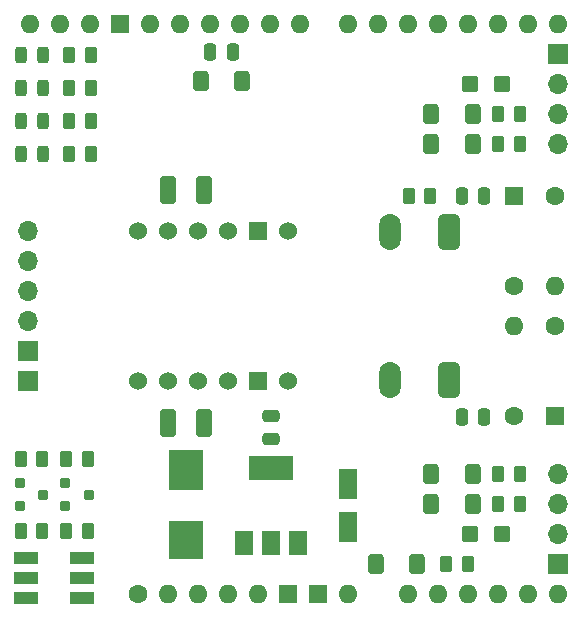
<source format=gbr>
%TF.GenerationSoftware,KiCad,Pcbnew,7.0.1*%
%TF.CreationDate,2023-05-06T15:11:30-03:00*%
%TF.ProjectId,Self_Balancing,53656c66-5f42-4616-9c61-6e63696e672e,rev?*%
%TF.SameCoordinates,Original*%
%TF.FileFunction,Soldermask,Top*%
%TF.FilePolarity,Negative*%
%FSLAX46Y46*%
G04 Gerber Fmt 4.6, Leading zero omitted, Abs format (unit mm)*
G04 Created by KiCad (PCBNEW 7.0.1) date 2023-05-06 15:11:30*
%MOMM*%
%LPD*%
G01*
G04 APERTURE LIST*
G04 Aperture macros list*
%AMRoundRect*
0 Rectangle with rounded corners*
0 $1 Rounding radius*
0 $2 $3 $4 $5 $6 $7 $8 $9 X,Y pos of 4 corners*
0 Add a 4 corners polygon primitive as box body*
4,1,4,$2,$3,$4,$5,$6,$7,$8,$9,$2,$3,0*
0 Add four circle primitives for the rounded corners*
1,1,$1+$1,$2,$3*
1,1,$1+$1,$4,$5*
1,1,$1+$1,$6,$7*
1,1,$1+$1,$8,$9*
0 Add four rect primitives between the rounded corners*
20,1,$1+$1,$2,$3,$4,$5,0*
20,1,$1+$1,$4,$5,$6,$7,0*
20,1,$1+$1,$6,$7,$8,$9,0*
20,1,$1+$1,$8,$9,$2,$3,0*%
G04 Aperture macros list end*
%ADD10RoundRect,0.250000X0.262500X0.450000X-0.262500X0.450000X-0.262500X-0.450000X0.262500X-0.450000X0*%
%ADD11RoundRect,0.250000X-0.400000X-0.600000X0.400000X-0.600000X0.400000X0.600000X-0.400000X0.600000X0*%
%ADD12C,1.600000*%
%ADD13R,1.600000X1.600000*%
%ADD14RoundRect,0.250000X-0.262500X-0.450000X0.262500X-0.450000X0.262500X0.450000X-0.262500X0.450000X0*%
%ADD15RoundRect,0.200000X-0.250000X-0.200000X0.250000X-0.200000X0.250000X0.200000X-0.250000X0.200000X0*%
%ADD16C,1.524000*%
%ADD17R,1.524000X1.524000*%
%ADD18RoundRect,0.250000X0.475000X-0.250000X0.475000X0.250000X-0.475000X0.250000X-0.475000X-0.250000X0*%
%ADD19O,1.700000X1.700000*%
%ADD20R,1.700000X1.700000*%
%ADD21RoundRect,0.250000X-0.412500X-0.925000X0.412500X-0.925000X0.412500X0.925000X-0.412500X0.925000X0*%
%ADD22RoundRect,0.250000X0.400000X0.600000X-0.400000X0.600000X-0.400000X-0.600000X0.400000X-0.600000X0*%
%ADD23RoundRect,0.250000X0.250000X0.475000X-0.250000X0.475000X-0.250000X-0.475000X0.250000X-0.475000X0*%
%ADD24R,2.000000X1.100000*%
%ADD25RoundRect,0.250000X0.450000X0.425000X-0.450000X0.425000X-0.450000X-0.425000X0.450000X-0.425000X0*%
%ADD26O,1.850000X3.048000*%
%ADD27RoundRect,0.462500X0.462500X-1.061500X0.462500X1.061500X-0.462500X1.061500X-0.462500X-1.061500X0*%
%ADD28RoundRect,0.250000X0.550000X-1.050000X0.550000X1.050000X-0.550000X1.050000X-0.550000X-1.050000X0*%
%ADD29O,1.600000X1.600000*%
%ADD30RoundRect,0.250000X-0.250000X-0.475000X0.250000X-0.475000X0.250000X0.475000X-0.250000X0.475000X0*%
%ADD31RoundRect,0.243750X-0.243750X-0.456250X0.243750X-0.456250X0.243750X0.456250X-0.243750X0.456250X0*%
%ADD32R,3.000000X3.342000*%
%ADD33R,3.000000X3.469000*%
%ADD34R,1.500000X2.000000*%
%ADD35R,3.800000X2.000000*%
G04 APERTURE END LIST*
D10*
%TO.C,R19*%
X136912500Y-115400000D03*
X135087500Y-115400000D03*
%TD*%
D11*
%TO.C,D2*%
X146500000Y-83450000D03*
X150000000Y-83450000D03*
%TD*%
D12*
%TO.C,R2*%
X173000000Y-100810000D03*
D13*
X173000000Y-93190000D03*
%TD*%
D14*
%TO.C,R16*%
X171687500Y-86200000D03*
X173512500Y-86200000D03*
%TD*%
D15*
%TO.C,Q1*%
X131150000Y-117500000D03*
X131150000Y-119400000D03*
X133150000Y-118450000D03*
%TD*%
D10*
%TO.C,R9*%
X165912500Y-93200000D03*
X164087500Y-93200000D03*
%TD*%
D16*
%TO.C,J3*%
X141150000Y-108850000D03*
X143690000Y-108850000D03*
X146230000Y-108850000D03*
X148770000Y-108850000D03*
D17*
X151310000Y-108850000D03*
D16*
X153850000Y-108850000D03*
X153850000Y-96150000D03*
D17*
X151310000Y-96150000D03*
D16*
X148770000Y-96150000D03*
X146230000Y-96150000D03*
X143690000Y-96150000D03*
X141150000Y-96150000D03*
%TD*%
D18*
%TO.C,C5*%
X152450000Y-113700000D03*
X152450000Y-111800000D03*
%TD*%
D19*
%TO.C,J4*%
X131900000Y-96150000D03*
X131900000Y-98690000D03*
X131900000Y-101230000D03*
X131900000Y-103770000D03*
D20*
X131900000Y-106310000D03*
X131900000Y-108850000D03*
%TD*%
D21*
%TO.C,C12*%
X143700000Y-92650000D03*
X146775000Y-92650000D03*
%TD*%
D22*
%TO.C,D7*%
X169500000Y-119250000D03*
X166000000Y-119250000D03*
%TD*%
%TO.C,D10*%
X169500000Y-88750000D03*
X166000000Y-88750000D03*
%TD*%
D23*
%TO.C,C2*%
X170500000Y-111850000D03*
X168600000Y-111850000D03*
%TD*%
D24*
%TO.C,D11*%
X131661200Y-123776000D03*
X131661200Y-125476000D03*
X131661200Y-127176000D03*
X136461200Y-127176000D03*
X136461200Y-125476000D03*
X136461200Y-123776000D03*
%TD*%
D25*
%TO.C,C10*%
X172000000Y-83650000D03*
X169300000Y-83650000D03*
%TD*%
D26*
%TO.C,SW1*%
X162500000Y-108740000D03*
X162500000Y-96240000D03*
D27*
X167500000Y-108740000D03*
X167500000Y-96240000D03*
%TD*%
D28*
%TO.C,C3*%
X158950000Y-121150000D03*
X158950000Y-117550000D03*
%TD*%
D21*
%TO.C,C11*%
X143700000Y-112350000D03*
X146775000Y-112350000D03*
%TD*%
D22*
%TO.C,D8*%
X169500000Y-116700000D03*
X166000000Y-116700000D03*
%TD*%
D12*
%TO.C,A1*%
X141190000Y-126860000D03*
D29*
X143730000Y-126860000D03*
X146270000Y-126860000D03*
X148810000Y-126860000D03*
X151350000Y-126860000D03*
D13*
X153890000Y-126860000D03*
X156430000Y-126860000D03*
D29*
X158970000Y-126860000D03*
X164050000Y-126860000D03*
X166590000Y-126860000D03*
X169130000Y-126860000D03*
X171670000Y-126860000D03*
X174210000Y-126860000D03*
X176750000Y-126860000D03*
X176750000Y-78600000D03*
X174210000Y-78600000D03*
X171670000Y-78600000D03*
X169130000Y-78600000D03*
X166590000Y-78600000D03*
X164050000Y-78600000D03*
X161510000Y-78600000D03*
X158970000Y-78600000D03*
X154910000Y-78600000D03*
X152370000Y-78600000D03*
X149830000Y-78600000D03*
X147290000Y-78600000D03*
X144750000Y-78600000D03*
X142210000Y-78600000D03*
D13*
X139670000Y-78600000D03*
D29*
X137130000Y-78600000D03*
X134590000Y-78600000D03*
X132050000Y-78600000D03*
%TD*%
D30*
%TO.C,C8*%
X147300000Y-80950000D03*
X149200000Y-80950000D03*
%TD*%
D31*
%TO.C,D6*%
X131250000Y-81200000D03*
X133125000Y-81200000D03*
%TD*%
D10*
%TO.C,R13*%
X137164000Y-81200000D03*
X135339000Y-81200000D03*
%TD*%
D14*
%TO.C,R14*%
X171687500Y-119250000D03*
X173512500Y-119250000D03*
%TD*%
D25*
%TO.C,C9*%
X172000000Y-121750000D03*
X169300000Y-121750000D03*
%TD*%
D31*
%TO.C,D5*%
X131250000Y-83994000D03*
X133125000Y-83994000D03*
%TD*%
D10*
%TO.C,R11*%
X137164000Y-86788000D03*
X135339000Y-86788000D03*
%TD*%
%TO.C,R12*%
X137164000Y-83994000D03*
X135339000Y-83994000D03*
%TD*%
D12*
%TO.C,R3*%
X176500000Y-93190000D03*
D29*
X176500000Y-100810000D03*
%TD*%
D15*
%TO.C,Q2*%
X135000000Y-117500000D03*
X135000000Y-119400000D03*
X137000000Y-118450000D03*
%TD*%
D31*
%TO.C,D4*%
X131250000Y-86788000D03*
X133125000Y-86788000D03*
%TD*%
D32*
%TO.C,F1*%
X145250000Y-122251000D03*
D33*
X145250000Y-116385500D03*
%TD*%
D10*
%TO.C,R20*%
X136912500Y-121500000D03*
X135087500Y-121500000D03*
%TD*%
D20*
%TO.C,J2*%
X176733200Y-81127600D03*
D19*
X176733200Y-83667600D03*
X176733200Y-86207600D03*
X176733200Y-88747600D03*
%TD*%
D10*
%TO.C,R21*%
X133062500Y-121500000D03*
X131237500Y-121500000D03*
%TD*%
D23*
%TO.C,C1*%
X170500000Y-93200000D03*
X168600000Y-93200000D03*
%TD*%
D34*
%TO.C,U1*%
X150150000Y-122500000D03*
X152450000Y-122500000D03*
D35*
X152450000Y-116200000D03*
D34*
X154750000Y-122500000D03*
%TD*%
D22*
%TO.C,D1*%
X164800000Y-124300000D03*
X161300000Y-124300000D03*
%TD*%
D14*
%TO.C,R15*%
X171687500Y-116700000D03*
X173512500Y-116700000D03*
%TD*%
D10*
%TO.C,R10*%
X137164000Y-89582000D03*
X135339000Y-89582000D03*
%TD*%
%TO.C,R18*%
X133062500Y-115400000D03*
X131237500Y-115400000D03*
%TD*%
D12*
%TO.C,R1*%
X173000000Y-111760000D03*
D29*
X173000000Y-104140000D03*
%TD*%
D22*
%TO.C,D9*%
X169500000Y-86200000D03*
X166000000Y-86200000D03*
%TD*%
D14*
%TO.C,R5*%
X167287500Y-124300000D03*
X169112500Y-124300000D03*
%TD*%
D12*
%TO.C,R4*%
X176500000Y-104140000D03*
D13*
X176500000Y-111760000D03*
%TD*%
D20*
%TO.C,J1*%
X176733200Y-124307600D03*
D19*
X176733200Y-121767600D03*
X176733200Y-119227600D03*
X176733200Y-116687600D03*
%TD*%
D31*
%TO.C,D3*%
X131250000Y-89582000D03*
X133125000Y-89582000D03*
%TD*%
D14*
%TO.C,R17*%
X171687500Y-88750000D03*
X173512500Y-88750000D03*
%TD*%
M02*

</source>
